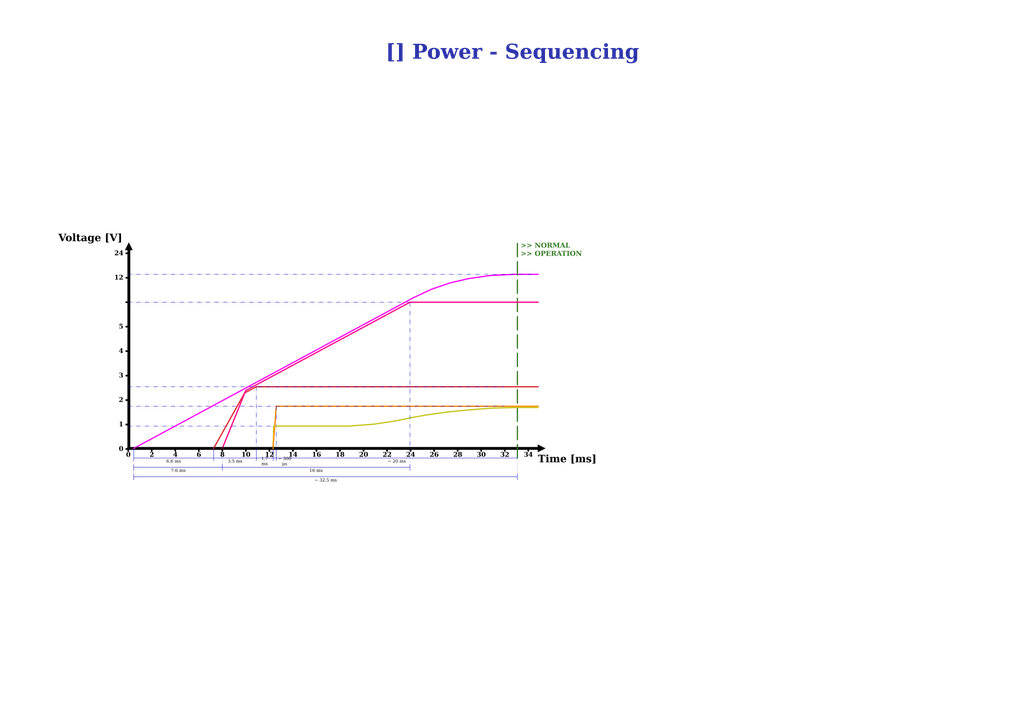
<source format=kicad_sch>
(kicad_sch
	(version 20250114)
	(generator "eeschema")
	(generator_version "9.0")
	(uuid "26e99a33-043b-499d-a26e-816ff79b487a")
	(paper "A3")
	(title_block
		(title "Power - Sequencing")
		(date "2025-01-12")
		(rev "${REVISION}")
		(company "${COMPANY}")
	)
	(lib_symbols)
	(rectangle
		(start 51.562 173.863)
		(end 53.086 174.371)
		(stroke
			(width 0)
			(type default)
			(color 0 0 0 1)
		)
		(fill
			(type color)
			(color 0 0 0 1)
		)
		(uuid 01c9fd1d-d2cd-474e-a2f2-7336d2eb5438)
	)
	(rectangle
		(start 71.628 183.642)
		(end 72.136 185.166)
		(stroke
			(width 0)
			(type default)
			(color 0 0 0 1)
		)
		(fill
			(type color)
			(color 0 0 0 1)
		)
		(uuid 085660ca-3a67-46bf-85b0-bb74abf891e3)
	)
	(rectangle
		(start 148.844 183.642)
		(end 149.352 185.166)
		(stroke
			(width 0)
			(type default)
			(color 0 0 0 1)
		)
		(fill
			(type color)
			(color 0 0 0 1)
		)
		(uuid 09774e91-f9d0-4db9-9e0f-815490f4898d)
	)
	(rectangle
		(start 206.756 183.642)
		(end 207.264 185.166)
		(stroke
			(width 0)
			(type default)
			(color 0 0 0 1)
		)
		(fill
			(type color)
			(color 0 0 0 1)
		)
		(uuid 1c1e908e-05f8-44d9-8561-32d60503f5fa)
	)
	(rectangle
		(start 177.8 183.642)
		(end 178.308 185.166)
		(stroke
			(width 0)
			(type default)
			(color 0 0 0 1)
		)
		(fill
			(type color)
			(color 0 0 0 1)
		)
		(uuid 205e879f-c514-4b78-8bf1-d45ed4980894)
	)
	(rectangle
		(start 51.562 133.731)
		(end 53.086 134.239)
		(stroke
			(width 0)
			(type default)
			(color 0 0 0 1)
		)
		(fill
			(type color)
			(color 0 0 0 1)
		)
		(uuid 23111c0a-8311-4e0b-b6b5-bb05b9cd3eab)
	)
	(rectangle
		(start 158.496 183.642)
		(end 159.004 185.166)
		(stroke
			(width 0)
			(type default)
			(color 0 0 0 1)
		)
		(fill
			(type color)
			(color 0 0 0 1)
		)
		(uuid 3b7d974c-37a0-442f-9733-47c591f05f53)
	)
	(rectangle
		(start 52.324 183.642)
		(end 52.832 185.166)
		(stroke
			(width 0)
			(type default)
			(color 0 0 0 1)
		)
		(fill
			(type color)
			(color 0 0 0 1)
		)
		(uuid 3dd077b4-ca8f-47c2-bee1-2e3802083be7)
	)
	(rectangle
		(start 90.932 183.642)
		(end 91.44 185.166)
		(stroke
			(width 0)
			(type default)
			(color 0 0 0 1)
		)
		(fill
			(type color)
			(color 0 0 0 1)
		)
		(uuid 3e62ef00-0c8e-41fa-b2f3-08de867fa54f)
	)
	(rectangle
		(start 51.562 123.698)
		(end 53.086 124.206)
		(stroke
			(width 0)
			(type default)
			(color 0 0 0 1)
		)
		(fill
			(type color)
			(color 0 0 0 1)
		)
		(uuid 421293c6-3cf3-494b-b1c5-7fc458134e79)
	)
	(rectangle
		(start 51.562 143.764)
		(end 53.086 144.272)
		(stroke
			(width 0)
			(type default)
			(color 0 0 0 1)
		)
		(fill
			(type color)
			(color 0 0 0 1)
		)
		(uuid 469c46ff-b6e8-4790-b52f-1ed9a2bdd1f8)
	)
	(rectangle
		(start 119.888 183.642)
		(end 120.396 185.166)
		(stroke
			(width 0)
			(type default)
			(color 0 0 0 1)
		)
		(fill
			(type color)
			(color 0 0 0 1)
		)
		(uuid 56c4474d-0301-4408-974f-0518f1baa953)
	)
	(rectangle
		(start 100.584 183.642)
		(end 101.092 185.166)
		(stroke
			(width 0)
			(type default)
			(color 0 0 0 1)
		)
		(fill
			(type color)
			(color 0 0 0 1)
		)
		(uuid 5eee5b1a-6c26-4234-8466-170b3f779aa3)
	)
	(rectangle
		(start 52.324 183.388)
		(end 220.726 184.404)
		(stroke
			(width 0)
			(type default)
			(color 0 0 0 1)
		)
		(fill
			(type color)
			(color 0 0 0 1)
		)
		(uuid 6d8a1105-6737-4a0b-9f5f-040b945eed17)
	)
	(rectangle
		(start 51.562 153.797)
		(end 53.086 154.305)
		(stroke
			(width 0)
			(type default)
			(color 0 0 0 1)
		)
		(fill
			(type color)
			(color 0 0 0 1)
		)
		(uuid 7f8be5cb-90a9-46c5-97db-3d1d78b2f341)
	)
	(rectangle
		(start 51.562 163.83)
		(end 53.086 164.338)
		(stroke
			(width 0)
			(type default)
			(color 0 0 0 1)
		)
		(fill
			(type color)
			(color 0 0 0 1)
		)
		(uuid 7fdcc2de-fa58-4066-9ff8-f7d6046e1167)
	)
	(rectangle
		(start 216.408 183.642)
		(end 216.916 185.166)
		(stroke
			(width 0)
			(type default)
			(color 0 0 0 1)
		)
		(fill
			(type color)
			(color 0 0 0 1)
		)
		(uuid 842b39c1-4ee6-4238-8b46-e785731d06f1)
	)
	(rectangle
		(start 61.976 183.642)
		(end 62.484 185.166)
		(stroke
			(width 0)
			(type default)
			(color 0 0 0 1)
		)
		(fill
			(type color)
			(color 0 0 0 1)
		)
		(uuid 960a89ab-5167-4e3c-95c8-b3e891644096)
	)
	(rectangle
		(start 197.104 183.642)
		(end 197.612 185.166)
		(stroke
			(width 0)
			(type default)
			(color 0 0 0 1)
		)
		(fill
			(type color)
			(color 0 0 0 1)
		)
		(uuid 96e56ef9-debd-4418-8330-7dca10cdbbe7)
	)
	(rectangle
		(start 52.324 101.854)
		(end 53.34 184.404)
		(stroke
			(width 0)
			(type default)
			(color 0 0 0 1)
		)
		(fill
			(type color)
			(color 0 0 0 1)
		)
		(uuid 996b6b38-3a4b-457c-8281-2dd4304c7e91)
	)
	(rectangle
		(start 168.148 183.642)
		(end 168.656 185.166)
		(stroke
			(width 0)
			(type default)
			(color 0 0 0 1)
		)
		(fill
			(type color)
			(color 0 0 0 1)
		)
		(uuid 9bd636ad-96b2-4037-90f6-ad48772c0413)
	)
	(rectangle
		(start 187.452 183.642)
		(end 187.96 185.166)
		(stroke
			(width 0)
			(type default)
			(color 0 0 0 1)
		)
		(fill
			(type color)
			(color 0 0 0 1)
		)
		(uuid ab3483ad-9beb-416f-a41c-b3b1b7dc1850)
	)
	(rectangle
		(start 51.562 103.632)
		(end 53.086 104.14)
		(stroke
			(width 0)
			(type default)
			(color 0 0 0 1)
		)
		(fill
			(type color)
			(color 0 0 0 1)
		)
		(uuid b0c9fcec-fe45-4575-885f-193ce09a72d8)
	)
	(rectangle
		(start 129.54 183.642)
		(end 130.048 185.166)
		(stroke
			(width 0)
			(type default)
			(color 0 0 0 1)
		)
		(fill
			(type color)
			(color 0 0 0 1)
		)
		(uuid bacf2a60-ebce-4900-a491-53d1d841d529)
	)
	(rectangle
		(start 81.28 183.642)
		(end 81.788 185.166)
		(stroke
			(width 0)
			(type default)
			(color 0 0 0 1)
		)
		(fill
			(type color)
			(color 0 0 0 1)
		)
		(uuid c0e4d47a-808d-44d6-ac4a-0f050619e78d)
	)
	(rectangle
		(start 51.562 113.665)
		(end 53.086 114.173)
		(stroke
			(width 0)
			(type default)
			(color 0 0 0 1)
		)
		(fill
			(type color)
			(color 0 0 0 1)
		)
		(uuid d880b30a-ae22-4b99-94cc-3cc9c533e8e9)
	)
	(rectangle
		(start 139.192 183.642)
		(end 139.7 185.166)
		(stroke
			(width 0)
			(type default)
			(color 0 0 0 1)
		)
		(fill
			(type color)
			(color 0 0 0 1)
		)
		(uuid f32b3655-beae-4c32-8ac8-4acf2e080e86)
	)
	(rectangle
		(start 110.236 183.642)
		(end 110.744 185.166)
		(stroke
			(width 0)
			(type default)
			(color 0 0 0 1)
		)
		(fill
			(type color)
			(color 0 0 0 1)
		)
		(uuid f8dd6608-6fed-4399-a2fa-9a4460646543)
	)
	(rectangle
		(start 51.562 183.896)
		(end 53.086 184.404)
		(stroke
			(width 0)
			(type default)
			(color 0 0 0 1)
		)
		(fill
			(type color)
			(color 0 0 0 1)
		)
		(uuid fbce5f74-e6dc-4caf-95b1-d2e389cbff45)
	)
	(text "Voltage [V]"
		(exclude_from_sim no)
		(at 50.165 100.457 0)
		(effects
			(font
				(face "Times New Roman")
				(size 3 3)
				(thickness 0.4)
				(bold yes)
				(color 0 0 0 1)
			)
			(justify right bottom)
		)
		(uuid "175b8f18-81ff-4b8b-bacc-429ebcefd377")
	)
	(text "MCU fully boots and ready"
		(exclude_from_sim no)
		(at 152.4 360.68 0)
		(effects
			(font
				(size 1.27 1.27)
			)
			(justify left)
		)
		(uuid "17c04db7-a838-4c13-bb92-189af8ca5c8a")
	)
	(text "VBUS appears on USB-A Output"
		(exclude_from_sim no)
		(at 152.908 391.414 0)
		(effects
			(font
				(size 1.27 1.27)
			)
			(justify left)
		)
		(uuid "211cc7f5-035d-40d6-b8b7-d4c3906ceb71")
	)
	(text "MCU Enables Current Limit Switch"
		(exclude_from_sim no)
		(at 152.908 383.286 0)
		(effects
			(font
				(size 1.27 1.27)
			)
			(justify left)
		)
		(uuid "23f8b60d-88c1-40f4-b8cc-e49ad379992b")
	)
	(text "+5V ENABLED"
		(exclude_from_sim no)
		(at 152.654 375.92 0)
		(effects
			(font
				(size 1.27 1.27)
			)
			(justify left)
		)
		(uuid "3f53be82-0502-49f6-a2ee-1eeaff4d4ac8")
	)
	(text "<-- PAC1720 already powered \n    here, no damaged device"
		(exclude_from_sim no)
		(at 185.166 392.43 0)
		(effects
			(font
				(size 1.27 1.27)
			)
			(justify left)
		)
		(uuid "528a83ec-4a04-4d38-bd6a-0116776f84d5")
	)
	(text "POWER SEQUENCING\n===============\n\n\n+24V_IN\n\n\n+3V3_AON\n\n\n3V3_BUCK_EN\n\n\n+3V3 BUCK\n\n\nMCU READY\n\n\n5V_BUCK_EN\n\n\n+5V BUCK\n\n\nILIM_EN_PORTAx\n\n\nVBUS_PORTAx"
		(exclude_from_sim no)
		(at 47.752 360.172 0)
		(effects
			(font
				(size 1.5748 1.5748)
			)
			(justify left)
		)
		(uuid "65f84cbb-509b-4c86-bfed-32b9165d4d2f")
	)
	(text "Biggest landmine with PAC1720: \ndon't let the SENSE pins see VBUS when VDD is unpowered. \nIf USB 5V can exist while 3.3V is off, mitigation is needed\nThat's the one thing that can turn \"happy board\" into \"dead board.\""
		(exclude_from_sim no)
		(at 45.72 314.96 0)
		(effects
			(font
				(size 1.27 1.27)
			)
			(justify left)
		)
		(uuid "74fb8030-2989-4e0d-ad54-2d5c367cb609")
	)
	(text "3.3V ENABLED   <-- PAC1720 POWERED HERE"
		(exclude_from_sim no)
		(at 152.4 353.568 0)
		(effects
			(font
				(size 1.27 1.27)
			)
			(justify left)
		)
		(uuid "a62a3bfb-1bdb-4317-9395-c2484986889c")
	)
	(text "PMIC always on 3.3V pulls\n3.3V Buck enable high"
		(exclude_from_sim no)
		(at 152.4 345.948 0)
		(effects
			(font
				(size 1.27 1.27)
			)
			(justify left)
		)
		(uuid "a9c2fcef-7dda-4bf9-9b42-b49191e8943f")
	)
	(text ">> NORMAL \n>> OPERATION"
		(exclude_from_sim no)
		(at 213.614 106.045 0)
		(effects
			(font
				(face "Times New Roman")
				(size 2 2)
				(thickness 0.4)
				(bold yes)
				(color 53 123 38 1)
			)
			(justify left bottom)
		)
		(uuid "b29326be-65a3-4fc5-9d14-850aa59ca2a1")
	)
	(text "Device turns on: +24V Appears"
		(exclude_from_sim no)
		(at 152.146 330.708 0)
		(effects
			(font
				(size 1.27 1.27)
			)
			(justify left)
		)
		(uuid "b30c2f98-e16a-4a92-a656-f48545bd2125")
	)
	(text "Time [ms]"
		(exclude_from_sim no)
		(at 220.599 191.135 0)
		(effects
			(font
				(face "Times New Roman")
				(size 3 3)
				(thickness 0.4)
				(bold yes)
				(color 0 0 0 1)
			)
			(justify left bottom)
		)
		(uuid "be8ac8d4-7137-494d-bff2-23ac58b6a9ef")
	)
	(text "MCU Enables 5V_BUCK_EN on PMIC"
		(exclude_from_sim no)
		(at 152.4 368.046 0)
		(effects
			(font
				(size 1.27 1.27)
			)
			(justify left)
		)
		(uuid "cd7ce6ef-b10c-423b-9eec-5086ebfb2856")
	)
	(text "PMIC always on 3.3V starts"
		(exclude_from_sim no)
		(at 152.4 338.582 0)
		(effects
			(font
				(size 1.27 1.27)
			)
			(justify left)
		)
		(uuid "ef68e795-68bd-4285-aa86-5cc6714ceb54")
	)
	(text_box "3.5 ms"
		(exclude_from_sim no)
		(at 87.6046 187.9346 0)
		(size 17.653 2.54)
		(margins 0.9524 0.9524 0.9524 0.9524)
		(stroke
			(width -0.0001)
			(type default)
		)
		(fill
			(type none)
		)
		(effects
			(font
				(face "Times New Roman")
				(size 1.27 1.27)
				(color 0 0 0 1)
			)
		)
		(uuid "057279ac-9604-4990-8e26-7bec51ceaf06")
	)
	(text_box "18"
		(exclude_from_sim no)
		(at 137.7696 185.2676 0)
		(size 3.429 2.54)
		(margins 0.9524 0.9524 0.9524 0.9524)
		(stroke
			(width -0.0001)
			(type default)
		)
		(fill
			(type none)
		)
		(effects
			(font
				(face "Times New Roman")
				(size 1.905 1.905)
				(bold yes)
				(color 0 0 0 1)
			)
		)
		(uuid "08241509-e60b-45e1-b1ab-84f794ba668b")
	)
	(text_box "24"
		(exclude_from_sim no)
		(at 166.7256 185.2676 0)
		(size 3.429 2.54)
		(margins 0.9524 0.9524 0.9524 0.9524)
		(stroke
			(width -0.0001)
			(type default)
		)
		(fill
			(type none)
		)
		(effects
			(font
				(face "Times New Roman")
				(size 1.905 1.905)
				(bold yes)
				(color 0 0 0 1)
			)
		)
		(uuid "09ad8a29-0526-43a2-bbd5-b6f200d8097b")
	)
	(text_box "8"
		(exclude_from_sim no)
		(at 89.5096 185.2676 0)
		(size 3.429 2.54)
		(margins 0.9524 0.9524 0.9524 0.9524)
		(stroke
			(width -0.0001)
			(type default)
		)
		(fill
			(type none)
		)
		(effects
			(font
				(face "Times New Roman")
				(size 1.905 1.905)
				(bold yes)
				(color 0 0 0 1)
			)
		)
		(uuid "0de4d20a-cc42-420d-81c0-b6c33e089acb")
	)
	(text_box "7.6 ms"
		(exclude_from_sim no)
		(at 54.9656 191.7446 0)
		(size 36.322 2.54)
		(margins 0.9524 0.9524 0.9524 0.9524)
		(stroke
			(width -0.0001)
			(type default)
		)
		(fill
			(type none)
		)
		(effects
			(font
				(face "Times New Roman")
				(size 1.27 1.27)
				(color 0 0 0 1)
			)
		)
		(uuid "1013f434-6a63-4228-8d39-5e75ca888b6f")
	)
	(text_box "24"
		(exclude_from_sim no)
		(at 44.704 102.616 0)
		(size 6.858 2.54)
		(margins 0.9524 0.9524 0.9524 0.9524)
		(stroke
			(width -0.0001)
			(type default)
		)
		(fill
			(type none)
		)
		(effects
			(font
				(face "Times New Roman")
				(size 1.905 1.905)
				(bold yes)
				(color 0 0 0 1)
			)
			(justify right)
		)
		(uuid "1acc95ba-1aa1-4082-b81d-95c58a7a5af8")
	)
	(text_box "28"
		(exclude_from_sim no)
		(at 186.0296 185.2676 0)
		(size 3.429 2.54)
		(margins 0.9524 0.9524 0.9524 0.9524)
		(stroke
			(width -0.0001)
			(type default)
		)
		(fill
			(type none)
		)
		(effects
			(font
				(face "Times New Roman")
				(size 1.905 1.905)
				(bold yes)
				(color 0 0 0 1)
			)
		)
		(uuid "1b5838a0-a4ae-4fb3-ae92-0f87f906c2fd")
	)
	(text_box "~ 300 μs"
		(exclude_from_sim no)
		(at 111.8616 187.9346 0)
		(size 9.779 2.54)
		(margins 0.9524 0.9524 0.9524 0.9524)
		(stroke
			(width -0.0001)
			(type default)
		)
		(fill
			(type none)
		)
		(effects
			(font
				(face "Times New Roman")
				(size 1.27 1.27)
				(color 0 0 0 1)
			)
		)
		(uuid "20bbe4a3-b3be-4f55-b2bf-0186c6f41602")
	)
	(text_box "10"
		(exclude_from_sim no)
		(at 99.1616 185.2676 0)
		(size 3.429 2.54)
		(margins 0.9524 0.9524 0.9524 0.9524)
		(stroke
			(width -0.0001)
			(type default)
		)
		(fill
			(type none)
		)
		(effects
			(font
				(face "Times New Roman")
				(size 1.905 1.905)
				(bold yes)
				(color 0 0 0 1)
			)
		)
		(uuid "233b215e-473b-40c1-8a9f-d71a58a647c1")
	)
	(text_box "1.7 ms"
		(exclude_from_sim no)
		(at 105.1306 187.9346 0)
		(size 6.858 2.54)
		(margins 0.9524 0.9524 0.9524 0.9524)
		(stroke
			(width -0.0001)
			(type default)
		)
		(fill
			(type none)
		)
		(effects
			(font
				(face "Times New Roman")
				(size 1.27 1.27)
				(color 0 0 0 1)
			)
		)
		(uuid "26c95559-cfb5-4481-9360-985eb89e9388")
	)
	(text_box "16 ms"
		(exclude_from_sim no)
		(at 91.1606 191.7446 0)
		(size 76.962 2.54)
		(margins 0.9524 0.9524 0.9524 0.9524)
		(stroke
			(width -0.0001)
			(type default)
		)
		(fill
			(type none)
		)
		(effects
			(font
				(face "Times New Roman")
				(size 1.27 1.27)
				(color 0 0 0 1)
			)
		)
		(uuid "288b5377-4e86-405e-bd20-a9e364c04dba")
	)
	(text_box "20"
		(exclude_from_sim no)
		(at 147.4216 185.2676 0)
		(size 3.429 2.54)
		(margins 0.9524 0.9524 0.9524 0.9524)
		(stroke
			(width -0.0001)
			(type default)
		)
		(fill
			(type none)
		)
		(effects
			(font
				(face "Times New Roman")
				(size 1.905 1.905)
				(bold yes)
				(color 0 0 0 1)
			)
		)
		(uuid "2e2baf2b-607e-438c-8d19-d89e05695d71")
	)
	(text_box "2"
		(exclude_from_sim no)
		(at 44.6786 162.7886 0)
		(size 6.858 2.54)
		(margins 0.9524 0.9524 0.9524 0.9524)
		(stroke
			(width -0.0001)
			(type default)
		)
		(fill
			(type none)
		)
		(effects
			(font
				(face "Times New Roman")
				(size 1.905 1.905)
				(bold yes)
				(color 0 0 0 1)
			)
			(justify right)
		)
		(uuid "3010b19b-c99d-4b77-bf14-7f71b9f36a3e")
	)
	(text_box "32"
		(exclude_from_sim no)
		(at 205.3336 185.2676 0)
		(size 3.429 2.54)
		(margins 0.9524 0.9524 0.9524 0.9524)
		(stroke
			(width -0.0001)
			(type default)
		)
		(fill
			(type none)
		)
		(effects
			(font
				(face "Times New Roman")
				(size 1.905 1.905)
				(bold yes)
				(color 0 0 0 1)
			)
		)
		(uuid "3ab2035b-94f9-4133-b63d-2dbd7b4e6e49")
	)
	(text_box "6"
		(exclude_from_sim no)
		(at 79.8576 185.2676 0)
		(size 3.429 2.54)
		(margins 0.9524 0.9524 0.9524 0.9524)
		(stroke
			(width -0.0001)
			(type default)
		)
		(fill
			(type none)
		)
		(effects
			(font
				(face "Times New Roman")
				(size 1.905 1.905)
				(bold yes)
				(color 0 0 0 1)
			)
		)
		(uuid "52a74200-5717-4af9-b5e4-1d404429f3c6")
	)
	(text_box "~ 20 ms"
		(exclude_from_sim no)
		(at 113.2586 187.9346 0)
		(size 98.933 2.54)
		(margins 0.9524 0.9524 0.9524 0.9524)
		(stroke
			(width -0.0001)
			(type default)
		)
		(fill
			(type none)
		)
		(effects
			(font
				(face "Times New Roman")
				(size 1.27 1.27)
				(color 0 0 0 1)
			)
		)
		(uuid "53d1cf93-77bb-4e07-8e05-b99e1e701b70")
	)
	(text_box "4"
		(exclude_from_sim no)
		(at 70.2056 185.2676 0)
		(size 3.429 2.54)
		(margins 0.9524 0.9524 0.9524 0.9524)
		(stroke
			(width -0.0001)
			(type default)
		)
		(fill
			(type none)
		)
		(effects
			(font
				(face "Times New Roman")
				(size 1.905 1.905)
				(bold yes)
				(color 0 0 0 1)
			)
		)
		(uuid "5caf4e82-2927-400a-acd0-821d25796651")
	)
	(text_box "4"
		(exclude_from_sim no)
		(at 44.6786 142.7226 0)
		(size 6.858 2.54)
		(margins 0.9524 0.9524 0.9524 0.9524)
		(stroke
			(width -0.0001)
			(type default)
		)
		(fill
			(type none)
		)
		(effects
			(font
				(face "Times New Roman")
				(size 1.905 1.905)
				(bold yes)
				(color 0 0 0 1)
			)
			(justify right)
		)
		(uuid "6505df1b-9fde-4bbe-a672-be1b9857afa1")
	)
	(text_box "26"
		(exclude_from_sim no)
		(at 176.3776 185.2676 0)
		(size 3.429 2.54)
		(margins 0.9524 0.9524 0.9524 0.9524)
		(stroke
			(width -0.0001)
			(type default)
		)
		(fill
			(type none)
		)
		(effects
			(font
				(face "Times New Roman")
				(size 1.905 1.905)
				(bold yes)
				(color 0 0 0 1)
			)
		)
		(uuid "66adcae9-49e5-4fb7-a5be-2d5aa2aa227e")
	)
	(text_box "2"
		(exclude_from_sim no)
		(at 60.5536 185.2676 0)
		(size 3.429 2.54)
		(margins 0.9524 0.9524 0.9524 0.9524)
		(stroke
			(width -0.0001)
			(type default)
		)
		(fill
			(type none)
		)
		(effects
			(font
				(face "Times New Roman")
				(size 1.905 1.905)
				(bold yes)
				(color 0 0 0 1)
			)
		)
		(uuid "67b43e82-5cc6-4c5f-857a-bae126f94920")
	)
	(text_box "▲"
		(exclude_from_sim no)
		(at 51.562 99.568 0)
		(size 2.54 2.54)
		(margins 2.2499 2.2499 2.2499 2.2499)
		(stroke
			(width -0.0001)
			(type default)
		)
		(fill
			(type none)
		)
		(effects
			(font
				(face "Times New Roman")
				(size 3 3)
				(color 0 0 0 1)
			)
		)
		(uuid "69d7b4c2-c118-4b95-bd3b-473104ff316a")
	)
	(text_box "14"
		(exclude_from_sim no)
		(at 118.4656 185.2676 0)
		(size 3.429 2.54)
		(margins 0.9524 0.9524 0.9524 0.9524)
		(stroke
			(width -0.0001)
			(type default)
		)
		(fill
			(type none)
		)
		(effects
			(font
				(face "Times New Roman")
				(size 1.905 1.905)
				(bold yes)
				(color 0 0 0 1)
			)
		)
		(uuid "7df7bfab-9129-461d-bdb7-48b4c71332fd")
	)
	(text_box "12"
		(exclude_from_sim no)
		(at 44.6786 112.6236 0)
		(size 6.858 2.54)
		(margins 0.9524 0.9524 0.9524 0.9524)
		(stroke
			(width -0.0001)
			(type default)
		)
		(fill
			(type none)
		)
		(effects
			(font
				(face "Times New Roman")
				(size 1.905 1.905)
				(bold yes)
				(color 0 0 0 1)
			)
			(justify right)
		)
		(uuid "7e86fc43-dc59-4681-818f-cb7ab0a72f3e")
	)
	(text_box "22"
		(exclude_from_sim no)
		(at 157.0736 185.2676 0)
		(size 3.429 2.54)
		(margins 0.9524 0.9524 0.9524 0.9524)
		(stroke
			(width -0.0001)
			(type default)
		)
		(fill
			(type none)
		)
		(effects
			(font
				(face "Times New Roman")
				(size 1.905 1.905)
				(bold yes)
				(color 0 0 0 1)
			)
		)
		(uuid "7f3e65a9-aab7-4e42-9498-fca7b427e5fc")
	)
	(text_box "[${#}] ${TITLE}"
		(exclude_from_sim no)
		(at 12.7 15.24 0)
		(size 394.97 12.7)
		(margins 4.4999 4.4999 4.4999 4.4999)
		(stroke
			(width -0.0001)
			(type default)
		)
		(fill
			(type none)
		)
		(effects
			(font
				(face "Times New Roman")
				(size 6 6)
				(thickness 1.2)
				(bold yes)
				(color 43 49 168 1)
			)
		)
		(uuid "80f76b8d-52cb-49fe-9647-9cd8137cf5f3")
	)
	(text_box "1"
		(exclude_from_sim no)
		(at 44.6786 172.8216 0)
		(size 6.858 2.54)
		(margins 0.9524 0.9524 0.9524 0.9524)
		(stroke
			(width -0.0001)
			(type default)
		)
		(fill
			(type none)
		)
		(effects
			(font
				(face "Times New Roman")
				(size 1.905 1.905)
				(bold yes)
				(color 0 0 0 1)
			)
			(justify right)
		)
		(uuid "8a474ee7-94fa-4ccc-b38a-f2fbfc4e735c")
	)
	(text_box "34"
		(exclude_from_sim no)
		(at 214.9856 185.2676 0)
		(size 3.429 2.54)
		(margins 0.9524 0.9524 0.9524 0.9524)
		(stroke
			(width -0.0001)
			(type default)
		)
		(fill
			(type none)
		)
		(effects
			(font
				(face "Times New Roman")
				(size 1.905 1.905)
				(bold yes)
				(color 0 0 0 1)
			)
		)
		(uuid "8dcf82bc-98be-4b97-af1b-f866a586ff9f")
	)
	(text_box "12"
		(exclude_from_sim no)
		(at 108.8136 185.2676 0)
		(size 3.429 2.54)
		(margins 0.9524 0.9524 0.9524 0.9524)
		(stroke
			(width -0.0001)
			(type default)
		)
		(fill
			(type none)
		)
		(effects
			(font
				(face "Times New Roman")
				(size 1.905 1.905)
				(bold yes)
				(color 0 0 0 1)
			)
		)
		(uuid "9334e207-a5ef-405d-9255-7532e4d805ec")
	)
	(text_box "0"
		(exclude_from_sim no)
		(at 50.927 185.293 0)
		(size 3.429 2.54)
		(margins 0.9524 0.9524 0.9524 0.9524)
		(stroke
			(width -0.0001)
			(type default)
		)
		(fill
			(type none)
		)
		(effects
			(font
				(face "Times New Roman")
				(size 1.905 1.905)
				(bold yes)
				(color 0 0 0 1)
			)
		)
		(uuid "9dba9cf1-c429-45db-bb2a-868858aa5986")
	)
	(text_box "3"
		(exclude_from_sim no)
		(at 44.6786 152.7556 0)
		(size 6.858 2.54)
		(margins 0.9524 0.9524 0.9524 0.9524)
		(stroke
			(width -0.0001)
			(type default)
		)
		(fill
			(type none)
		)
		(effects
			(font
				(face "Times New Roman")
				(size 1.905 1.905)
				(bold yes)
				(color 0 0 0 1)
			)
			(justify right)
		)
		(uuid "bce17a48-7e59-488b-9a33-1522b6d97175")
	)
	(text_box "6.6 ms"
		(exclude_from_sim no)
		(at 54.8386 187.9346 0)
		(size 32.766 2.54)
		(margins 0.9524 0.9524 0.9524 0.9524)
		(stroke
			(width -0.0001)
			(type default)
		)
		(fill
			(type none)
		)
		(effects
			(font
				(face "Times New Roman")
				(size 1.27 1.27)
				(color 0 0 0 1)
			)
		)
		(uuid "c588afea-31c7-4b80-a042-17fbbb6af658")
	)
	(text_box "0"
		(exclude_from_sim no)
		(at 44.704 182.88 0)
		(size 6.858 2.54)
		(margins 0.9524 0.9524 0.9524 0.9524)
		(stroke
			(width -0.0001)
			(type default)
		)
		(fill
			(type none)
		)
		(effects
			(font
				(face "Times New Roman")
				(size 1.905 1.905)
				(bold yes)
				(color 0 0 0 1)
			)
			(justify right)
		)
		(uuid "c5d537af-47e9-4471-8118-803a7ac0d798")
	)
	(text_box "16"
		(exclude_from_sim no)
		(at 128.1176 185.2676 0)
		(size 3.429 2.54)
		(margins 0.9524 0.9524 0.9524 0.9524)
		(stroke
			(width -0.0001)
			(type default)
		)
		(fill
			(type none)
		)
		(effects
			(font
				(face "Times New Roman")
				(size 1.905 1.905)
				(bold yes)
				(color 0 0 0 1)
			)
		)
		(uuid "d806bfa1-61ae-489a-a3e3-75683404cfdf")
	)
	(text_box "5"
		(exclude_from_sim no)
		(at 44.6786 132.6896 0)
		(size 6.858 2.54)
		(margins 0.9524 0.9524 0.9524 0.9524)
		(stroke
			(width -0.0001)
			(type default)
		)
		(fill
			(type none)
		)
		(effects
			(font
				(face "Times New Roman")
				(size 1.905 1.905)
				(bold yes)
				(color 0 0 0 1)
			)
			(justify right)
		)
		(uuid "d9f2b1e6-6de7-412a-a713-034e966e807b")
	)
	(text_box "~ 32.5 ms"
		(exclude_from_sim no)
		(at 54.8386 195.6816 0)
		(size 157.48 2.54)
		(margins 0.9524 0.9524 0.9524 0.9524)
		(stroke
			(width -0.0001)
			(type default)
		)
		(fill
			(type none)
		)
		(effects
			(font
				(face "Times New Roman")
				(size 1.27 1.27)
				(color 0 0 0 1)
			)
		)
		(uuid "de143e59-1a42-4ff5-b077-1a340a241706")
	)
	(text_box "▼"
		(exclude_from_sim no)
		(at 220.726 182.626 90)
		(size 2.54 2.54)
		(margins 2.2499 2.2499 2.2499 2.2499)
		(stroke
			(width -0.0001)
			(type default)
		)
		(fill
			(type none)
		)
		(effects
			(font
				(face "Times New Roman")
				(size 3 3)
				(color 0 0 0 1)
			)
		)
		(uuid "f0832906-c8ce-4838-9631-bdf5b87a8ba3")
	)
	(text_box "30"
		(exclude_from_sim no)
		(at 195.6816 185.2676 0)
		(size 3.429 2.54)
		(margins 0.9524 0.9524 0.9524 0.9524)
		(stroke
			(width -0.0001)
			(type default)
		)
		(fill
			(type none)
		)
		(effects
			(font
				(face "Times New Roman")
				(size 1.905 1.905)
				(bold yes)
				(color 0 0 0 1)
			)
		)
		(uuid "f741b4d6-7a0b-439e-b8a6-601ff596837c")
	)
	(polyline
		(pts
			(xy 112.014 183.896) (xy 113.284 166.624)
		)
		(stroke
			(width 0.5)
			(type default)
			(color 252 134 0 1)
		)
		(uuid "04060073-e3f7-4746-a0ff-3e5a4d411deb")
	)
	(polyline
		(pts
			(xy 91.186 184.531) (xy 91.186 190.3984)
		)
		(stroke
			(width 0)
			(type dot)
		)
		(uuid "046cc92e-5593-4a98-a7fa-f4bb7914ed0d")
	)
	(polyline
		(pts
			(xy 54.8894 187.8584) (xy 87.63 187.8584)
		)
		(stroke
			(width 0)
			(type default)
		)
		(uuid "04dcb800-6295-4fe9-a90b-0487be7268f9")
	)
	(polyline
		(pts
			(xy 88.392 358.648) (xy 93.472 353.568)
		)
		(stroke
			(width 0.508)
			(type default)
			(color 255 150 42 1)
		)
		(uuid "05815d51-d631-4f2e-98c7-68e5769d59c7")
	)
	(polyline
		(pts
			(xy 54.8386 189.0776) (xy 54.8386 190.3476)
		)
		(stroke
			(width 0)
			(type dot)
		)
		(uuid "064a21e4-52a8-4681-8aa8-5954e753f93b")
	)
	(polyline
		(pts
			(xy 113.284 166.624) (xy 220.726 166.624)
		)
		(stroke
			(width 0.5)
			(type default)
			(color 252 134 0 1)
		)
		(uuid "0cbd4671-7c23-4c0d-a5d5-a92bdb9a4d49")
	)
	(polyline
		(pts
			(xy 52.324 174.752) (xy 142.621 174.752)
		)
		(stroke
			(width 0)
			(type dash_dot_dot)
		)
		(uuid "15d7f7a6-f4cb-4960-8d35-e1c8fc617471")
	)
	(polyline
		(pts
			(xy 105.156 183.896) (xy 105.156 188.976)
		)
		(stroke
			(width 0)
			(type default)
		)
		(uuid "16b1635d-d94b-404c-9ba2-39136e8869cb")
	)
	(polyline
		(pts
			(xy 105.156 158.623) (xy 220.726 158.623)
		)
		(stroke
			(width 0.5)
			(type default)
			(color 218 36 44 1)
		)
		(uuid "1bc3e0b2-f1bd-4c65-9de9-401f09dad51c")
	)
	(polyline
		(pts
			(xy 177.038 118.618) (xy 184.404 116.078)
		)
		(stroke
			(width 0.5)
			(type default)
			(color 255 0 255 1)
		)
		(uuid "1cd97e7c-801d-419a-a510-43b5a762b207")
	)
	(polyline
		(pts
			(xy 52.324 166.624) (xy 206.756 166.624)
		)
		(stroke
			(width 0)
			(type dash_dot_dot)
		)
		(uuid "1ff6572d-143c-4238-8f25-067e720bbbbf")
	)
	(polyline
		(pts
			(xy 83.312 328.168) (xy 83.3076 401.7398)
		)
		(stroke
			(width 0)
			(type dash)
			(color 65 65 65 1)
		)
		(uuid "236e78bf-1946-47dc-b3c8-b4bd579bf269")
	)
	(polyline
		(pts
			(xy 68.072 351.028) (xy 83.312 351.028)
		)
		(stroke
			(width 0.508)
			(type default)
		)
		(uuid "23df7290-0a61-4d18-830f-f05b70fa594e")
	)
	(polyline
		(pts
			(xy 108.712 366.268) (xy 111.252 363.728)
		)
		(stroke
			(width 0.508)
			(type default)
		)
		(uuid "26da01dc-3b09-41d5-b66d-f8535eff6e31")
	)
	(polyline
		(pts
			(xy 111.252 363.728) (xy 113.792 361.188)
		)
		(stroke
			(width 0.508)
			(type default)
		)
		(uuid "2cfb8bcc-1159-4db2-861c-22d6006609b3")
	)
	(polyline
		(pts
			(xy 113.792 361.188) (xy 149.352 361.188)
		)
		(stroke
			(width 0.508)
			(type default)
		)
		(uuid "33959083-d3ba-4046-abc4-b05f1c69216f")
	)
	(polyline
		(pts
			(xy 212.09 167.132) (xy 220.726 167.132)
		)
		(stroke
			(width 0.5)
			(type default)
			(color 197 195 20 1)
		)
		(uuid "3a3d00c3-56ec-4d8a-a7d9-0397fa3a3e45")
	)
	(polyline
		(pts
			(xy 100.838 160.147) (xy 168.148 123.952)
		)
		(stroke
			(width 0.5)
			(type solid)
			(color 255 0 133 1)
		)
		(uuid "3d857eb2-5f91-48c0-9112-8afff14dfc65")
	)
	(polyline
		(pts
			(xy 161.798 172.72) (xy 169.164 171.196)
		)
		(stroke
			(width 0.5)
			(type default)
			(color 197 195 20 1)
		)
		(uuid "402e934a-8d83-49e6-8a3f-99b8ca899696")
	)
	(polyline
		(pts
			(xy 83.312 338.328) (xy 149.352 338.328)
		)
		(stroke
			(width 0.508)
			(type default)
			(color 255 150 42 1)
		)
		(uuid "4092f9db-b8b2-43f3-a5a3-44bfa33ebf4a")
	)
	(polyline
		(pts
			(xy 153.162 173.99) (xy 161.798 172.72)
		)
		(stroke
			(width 0.5)
			(type default)
			(color 197 195 20 1)
		)
		(uuid "4280c61a-45c8-4a7b-8270-a5d60633d130")
	)
	(polyline
		(pts
			(xy 168.148 123.952) (xy 220.726 123.952)
		)
		(stroke
			(width 0.5)
			(type solid)
			(color 255 0 133 1)
		)
		(uuid "44eaf96d-5e45-4a70-a3bf-1dd8afa456ac")
	)
	(polyline
		(pts
			(xy 68.072 366.268) (xy 108.712 366.268)
		)
		(stroke
			(width 0.508)
			(type default)
		)
		(uuid "48484146-8c16-4a26-8ca6-7da14dd636e5")
	)
	(polyline
		(pts
			(xy 134.112 384.048) (xy 149.352 384.048)
		)
		(stroke
			(width 0.508)
			(type default)
		)
		(uuid "4e9d6a33-7350-48c5-b14d-c8db493c724a")
	)
	(polyline
		(pts
			(xy 91.186 183.896) (xy 100.838 160.147)
		)
		(stroke
			(width 0.5)
			(type solid)
			(color 255 0 133 1)
		)
		(uuid "4eef8a3c-2175-45b3-ab23-de0f873ffbfe")
	)
	(polyline
		(pts
			(xy 54.864 191.6684) (xy 91.186 191.6684)
		)
		(stroke
			(width 0)
			(type default)
		)
		(uuid "4f57c6b4-b978-45ec-9844-c8ad9e61aa5d")
	)
	(polyline
		(pts
			(xy 54.8386 190.4746) (xy 54.8386 193.0146)
		)
		(stroke
			(width 0)
			(type default)
		)
		(uuid "55a4f36a-a576-4c2f-b3c7-44cf763ad263")
	)
	(polyline
		(pts
			(xy 93.472 353.568) (xy 149.352 353.568)
		)
		(stroke
			(width 0.508)
			(type default)
			(color 255 150 42 1)
		)
		(uuid "592a4ae4-0edb-4829-93cd-7a99f1e18f30")
	)
	(polyline
		(pts
			(xy 121.412 381.508) (xy 126.492 376.428)
		)
		(stroke
			(width 0.508)
			(type default)
			(color 255 0 17 1)
		)
		(uuid "592b37ab-a7ac-4199-b47f-0674668b7aab")
	)
	(polyline
		(pts
			(xy 87.63 183.896) (xy 87.63 188.976)
		)
		(stroke
			(width 0)
			(type default)
		)
		(uuid "59f6b2a0-7e51-4de0-b4fd-7157bff9feb1")
	)
	(polyline
		(pts
			(xy 134.112 328.168) (xy 134.112 401.828)
		)
		(stroke
			(width 0)
			(type dash)
			(color 65 65 65 1)
		)
		(uuid "5af7c371-f0f3-43f8-abd3-d99f97ea16c1")
	)
	(polyline
		(pts
			(xy 113.284 166.624) (xy 113.284 184.023)
		)
		(stroke
			(width 0)
			(type dash_dot_dot)
		)
		(uuid "64127ee9-5aac-46d5-8312-47d575f0bc14")
	)
	(polyline
		(pts
			(xy 91.186 191.6684) (xy 168.148 191.6684)
		)
		(stroke
			(width 0)
			(type default)
		)
		(uuid "64e18181-ba56-425e-a951-a39d036b182e")
	)
	(polyline
		(pts
			(xy 78.232 328.168) (xy 78.232 401.828)
		)
		(stroke
			(width 0)
			(type dash)
			(color 65 65 65 1)
		)
		(uuid "654020ce-d507-498d-bb76-305854dbbb19")
	)
	(polyline
		(pts
			(xy 68.072 396.748) (xy 134.112 396.748)
		)
		(stroke
			(width 0.508)
			(type default)
			(color 255 0 17 1)
		)
		(uuid "66f20884-3c25-4e79-b992-e72221966649")
	)
	(polyline
		(pts
			(xy 83.312 351.028) (xy 88.392 345.948)
		)
		(stroke
			(width 0.508)
			(type default)
		)
		(uuid "68434504-d141-40bf-8367-36345ae9bcb7")
	)
	(polyline
		(pts
			(xy 121.412 368.808) (xy 149.352 368.808)
		)
		(stroke
			(width 0.508)
			(type default)
		)
		(uuid "6c3b26ee-d92b-4987-a960-002d4c5ead0e")
	)
	(polyline
		(pts
			(xy 184.15 168.91) (xy 192.024 168.148)
		)
		(stroke
			(width 0.5)
			(type default)
			(color 197 195 20 1)
		)
		(uuid "6f701289-21a0-4afa-8a26-75437883b9cb")
	)
	(polyline
		(pts
			(xy 54.864 183.896) (xy 169.926 121.92)
		)
		(stroke
			(width 0.5)
			(type default)
			(color 255 0 255 1)
		)
		(uuid "75c0d4eb-680e-4236-8404-80039f2fb5c4")
	)
	(polyline
		(pts
			(xy 75.692 333.248) (xy 78.232 330.708)
		)
		(stroke
			(width 0.508)
			(type default)
			(color 255 0 189 1)
		)
		(uuid "75e9a5c4-92a7-44a3-8902-80f21a43d732")
	)
	(polyline
		(pts
			(xy 73.152 335.788) (xy 75.692 333.248)
		)
		(stroke
			(width 0.508)
			(type default)
			(color 255 0 189 1)
		)
		(uuid "772e44d8-f516-4313-b943-c888b5881019")
	)
	(polyline
		(pts
			(xy 105.156 187.8584) (xy 113.284 187.8584)
		)
		(stroke
			(width 0)
			(type default)
		)
		(uuid "7a09a949-b4b2-4f5c-8ed7-541bb7ec8242")
	)
	(polyline
		(pts
			(xy 210.566 112.522) (xy 220.726 112.522)
		)
		(stroke
			(width 0.5)
			(type default)
			(color 255 0 255 1)
		)
		(uuid "7c9da14b-e301-4a66-ab5f-3de8a268a500")
	)
	(polyline
		(pts
			(xy 200.66 113.03) (xy 210.566 112.522)
		)
		(stroke
			(width 0.5)
			(type default)
			(color 255 0 255 1)
		)
		(uuid "7e4a6444-ec8a-42d3-b128-92a227d1bbb1")
	)
	(polyline
		(pts
			(xy 212.1916 194.2846) (xy 212.1916 196.8246)
		)
		(stroke
			(width 0)
			(type default)
		)
		(uuid "824156ed-8aad-4a35-b28e-d323269989cb")
	)
	(polyline
		(pts
			(xy 116.332 373.888) (xy 121.412 368.808)
		)
		(stroke
			(width 0.508)
			(type default)
		)
		(uuid "8260e925-e05f-4069-9eb8-f4c5bcc079a5")
	)
	(polyline
		(pts
			(xy 105.156 158.623) (xy 105.156 183.896)
		)
		(stroke
			(width 0)
			(type dash_dot_dot)
		)
		(uuid "83b6a3d6-ec25-4a6c-9af7-165178736be2")
	)
	(polyline
		(pts
			(xy 112.014 183.896) (xy 112.268 174.752)
		)
		(stroke
			(width 0.5)
			(type default)
			(color 197 195 20 1)
		)
		(uuid "8c9b1f94-ee83-40e1-ac4c-d0d3d4c40fd4")
	)
	(polyline
		(pts
			(xy 87.6808 187.8584) (xy 105.2068 187.8584)
		)
		(stroke
			(width 0)
			(type default)
		)
		(uuid "8e1b23d4-66f6-4ba2-87da-0e97cd9d658e")
	)
	(polyline
		(pts
			(xy 134.112 396.748) (xy 139.192 391.668)
		)
		(stroke
			(width 0.508)
			(type default)
			(color 255 0 17 1)
		)
		(uuid "903a7930-9ff9-45ab-8b7b-2702c112929b")
	)
	(polyline
		(pts
			(xy 175.768 170.053) (xy 184.15 168.91)
		)
		(stroke
			(width 0.5)
			(type default)
			(color 197 195 20 1)
		)
		(uuid "9118ad58-9912-450d-b082-4e11db19b414")
	)
	(polyline
		(pts
			(xy 54.8386 183.8706) (xy 54.8386 189.0776)
		)
		(stroke
			(width 0)
			(type default)
		)
		(uuid "98a27ce4-9530-490a-9598-1b7219c1978c")
	)
	(polyline
		(pts
			(xy 68.072 373.888) (xy 116.332 373.888)
		)
		(stroke
			(width 0.508)
			(type default)
		)
		(uuid "99bb8fef-ba7c-42b0-8d60-8ef2c4a25d78")
	)
	(polyline
		(pts
			(xy 143.256 174.752) (xy 153.162 173.99)
		)
		(stroke
			(width 0.5)
			(type default)
			(color 197 195 20 1)
		)
		(uuid "9a4cede9-4ef9-487c-96d7-44db94e0cc0a")
	)
	(polyline
		(pts
			(xy 184.404 116.078) (xy 192.024 114.3)
		)
		(stroke
			(width 0.5)
			(type default)
			(color 255 0 255 1)
		)
		(uuid "9e59442d-6890-4c04-af21-553df02642af")
	)
	(polyline
		(pts
			(xy 68.072 381.508) (xy 121.412 381.508)
		)
		(stroke
			(width 0.508)
			(type default)
			(color 255 0 17 1)
		)
		(uuid "a0518ffc-8973-45a4-945a-f2a16c3ff5f7")
	)
	(polyline
		(pts
			(xy 54.8386 193.0146) (xy 54.8386 194.2846)
		)
		(stroke
			(width 0)
			(type dot)
		)
		(uuid "a158a145-3fd3-45df-929d-eb5cc24ceb4a")
	)
	(polyline
		(pts
			(xy 52.324 112.522) (xy 218.186 112.522)
		)
		(stroke
			(width 0)
			(type dash_dot_dot)
		)
		(uuid "a298d0fc-a47f-419c-87b7-da6d9dffef47")
	)
	(polyline
		(pts
			(xy 112.268 174.752) (xy 143.256 174.752)
		)
		(stroke
			(width 0.5)
			(type default)
			(color 197 195 20 1)
		)
		(uuid "a560ffaa-9a21-4d44-a176-8e4e8fbec7b0")
	)
	(polyline
		(pts
			(xy 68.072 358.648) (xy 88.392 358.648)
		)
		(stroke
			(width 0.508)
			(type default)
			(color 255 150 42 1)
		)
		(uuid "a614e8f2-845a-4f6d-b66c-1c9299f7dac0")
	)
	(polyline
		(pts
			(xy 52.324 123.952) (xy 206.883 123.952)
		)
		(stroke
			(width 0)
			(type dash_dot_dot)
		)
		(uuid "b69a9f75-60f8-47b6-946e-464b81244be4")
	)
	(polyline
		(pts
			(xy 87.63 183.896) (xy 100.33 161.163)
		)
		(stroke
			(width 0.5)
			(type default)
			(color 218 36 44 1)
		)
		(uuid "b8177396-61fe-43b2-87eb-3c188308fb8c")
	)
	(polyline
		(pts
			(xy 168.148 123.952) (xy 168.148 183.896)
		)
		(stroke
			(width 0)
			(type dash_dot_dot)
		)
		(uuid "ba0e0e57-e2a2-4d76-95e5-f65f4748c5a4")
	)
	(polyline
		(pts
			(xy 54.8386 194.31) (xy 54.8386 196.8246)
		)
		(stroke
			(width 0)
			(type default)
		)
		(uuid "ba4853f8-e420-47ab-8250-bc2cf5d6f59d")
	)
	(polyline
		(pts
			(xy 113.792 328.168) (xy 113.792 401.828)
		)
		(stroke
			(width 0)
			(type dash)
			(color 65 65 65 1)
		)
		(uuid "bcf8b199-b117-482e-a3b1-9237862736e3")
	)
	(polyline
		(pts
			(xy 212.1916 194.2846) (xy 212.1916 187.8076)
		)
		(stroke
			(width 0)
			(type dot)
		)
		(uuid "c1b58298-e82e-4386-ad61-b5cf2bf16fb6")
	)
	(polyline
		(pts
			(xy 78.232 343.408) (xy 83.312 338.328)
		)
		(stroke
			(width 0.508)
			(type default)
			(color 255 150 42 1)
		)
		(uuid "c1cfdadc-5d1e-4cc2-ac09-96fb230f816c")
	)
	(polyline
		(pts
			(xy 52.324 158.623) (xy 206.756 158.623)
		)
		(stroke
			(width 0)
			(type dash_dot_dot)
		)
		(uuid "c28926c4-6444-4efc-8a98-12a4ac9eb80f")
	)
	(polyline
		(pts
			(xy 78.232 330.708) (xy 149.352 330.708)
		)
		(stroke
			(width 0.508)
			(type default)
			(color 255 0 189 1)
		)
		(uuid "c2cf2b8e-421e-497a-be17-d24bcf10494d")
	)
	(polyline
		(pts
			(xy 113.284 187.8584) (xy 212.2424 187.8584)
		)
		(stroke
			(width 0)
			(type default)
		)
		(uuid "c35beeb1-614a-40f2-a0d5-8295a3825a11")
	)
	(polyline
		(pts
			(xy 121.412 328.168) (xy 121.412 401.828)
		)
		(stroke
			(width 0)
			(type dash)
			(color 65 65 65 1)
		)
		(uuid "c57ba084-663d-4c01-afc8-c5323e649cbe")
	)
	(polyline
		(pts
			(xy 168.148 183.896) (xy 168.148 189.992)
		)
		(stroke
			(width 0)
			(type dot)
		)
		(uuid "c6f3a941-76c0-4c68-88f8-94b215297e35")
	)
	(polyline
		(pts
			(xy 68.072 389.128) (xy 129.032 389.128)
		)
		(stroke
			(width 0.508)
			(type default)
		)
		(uuid "c932e57a-75c8-4adf-8fde-5a12c6a36897")
	)
	(polyline
		(pts
			(xy 68.072 343.408) (xy 78.232 343.408)
		)
		(stroke
			(width 0.508)
			(type default)
			(color 255 150 42 1)
		)
		(uuid "cb4ed38b-640e-473d-9f29-1642b0901851")
	)
	(polyline
		(pts
			(xy 168.148 190.3984) (xy 168.148 192.9384)
		)
		(stroke
			(width 0)
			(type default)
		)
		(uuid "cd5ffc00-2ce1-4a7c-b3d2-2cde3fe51dee")
	)
	(polyline
		(pts
			(xy 112.014 184.023) (xy 112.014 188.976)
		)
		(stroke
			(width 0)
			(type default)
		)
		(uuid "ceb42873-f2d5-4dc0-afb9-0aef6086d594")
	)
	(polyline
		(pts
			(xy 113.284 184.023) (xy 113.284 188.976)
		)
		(stroke
			(width 0)
			(type default)
		)
		(uuid "d0925e5d-b937-4361-8ff4-650f1e460ebf")
	)
	(polyline
		(pts
			(xy 88.392 345.948) (xy 149.352 345.948)
		)
		(stroke
			(width 0.508)
			(type default)
		)
		(uuid "d2e6769a-fa8f-4e60-99a2-23ea50f18b16")
	)
	(polyline
		(pts
			(xy 139.192 391.668) (xy 149.352 391.668)
		)
		(stroke
			(width 0.508)
			(type default)
			(color 255 0 17 1)
		)
		(uuid "dc15ac52-77cf-4cc1-94dd-911fe79ded52")
	)
	(polyline
		(pts
			(xy 54.8386 195.5546) (xy 212.1916 195.5546)
		)
		(stroke
			(width 0)
			(type default)
		)
		(uuid "df4d400e-cd57-40c5-80b7-955eec167790")
	)
	(polyline
		(pts
			(xy 126.492 376.428) (xy 149.352 376.428)
		)
		(stroke
			(width 0.508)
			(type default)
			(color 255 0 17 1)
		)
		(uuid "df872101-f180-48f6-a7b4-d90bbecb88c8")
	)
	(polyline
		(pts
			(xy 212.217 187.833) (xy 212.217 99.822)
		)
		(stroke
			(width 0.5)
			(type dash)
			(color 53 123 38 1)
		)
		(uuid "e0585ef4-3cb5-4ca4-9291-ea6d4631b9df")
	)
	(polyline
		(pts
			(xy 129.032 328.168) (xy 129.032 401.828)
		)
		(stroke
			(width 0)
			(type dash)
			(color 65 65 65 1)
		)
		(uuid "e2ff335a-8161-4c01-975d-e6358cbb52dc")
	)
	(polyline
		(pts
			(xy 201.676 167.386) (xy 212.09 167.132)
		)
		(stroke
			(width 0.5)
			(type default)
			(color 197 195 20 1)
		)
		(uuid "e3a6d83c-7fe1-4f59-b346-209f9b534df9")
	)
	(polyline
		(pts
			(xy 192.024 168.148) (xy 201.676 167.386)
		)
		(stroke
			(width 0.5)
			(type default)
			(color 197 195 20 1)
		)
		(uuid "e54b7c30-2392-4e52-9ba8-aa0aae3cb26e")
	)
	(polyline
		(pts
			(xy 91.186 190.3984) (xy 91.186 192.9384)
		)
		(stroke
			(width 0)
			(type default)
		)
		(uuid "e74fdd31-8d22-4f61-9d4e-3f6cfd0430c8")
	)
	(polyline
		(pts
			(xy 169.164 171.196) (xy 175.768 170.053)
		)
		(stroke
			(width 0.5)
			(type default)
			(color 197 195 20 1)
		)
		(uuid "e862e0b6-7246-4b91-b58e-fd92c4ba890f")
	)
	(polyline
		(pts
			(xy 139.192 328.168) (xy 139.192 401.828)
		)
		(stroke
			(width 0)
			(type dash)
			(color 65 65 65 1)
		)
		(uuid "e9722a17-1f31-4fa1-925f-d092218a8fba")
	)
	(polyline
		(pts
			(xy 100.33 161.163) (xy 105.156 158.623)
		)
		(stroke
			(width 0.5)
			(type default)
			(color 218 36 44 1)
		)
		(uuid "ea13e551-8e4a-4dcc-ba0b-5407e144a22d")
	)
	(polyline
		(pts
			(xy 169.926 121.92) (xy 177.038 118.618)
		)
		(stroke
			(width 0.5)
			(type default)
			(color 255 0 255 1)
		)
		(uuid "ebd69697-1f1b-4c95-905c-1c7c8409afbc")
	)
	(polyline
		(pts
			(xy 68.072 335.788) (xy 73.152 335.788)
		)
		(stroke
			(width 0.508)
			(type default)
			(color 255 0 189 1)
		)
		(uuid "edcf108b-bd83-42e8-a770-5293cc815885")
	)
	(polyline
		(pts
			(xy 192.024 114.3) (xy 200.66 113.03)
		)
		(stroke
			(width 0.5)
			(type default)
			(color 255 0 255 1)
		)
		(uuid "f1ebfb76-e142-488c-88cf-b31fb01b5d8f")
	)
	(polyline
		(pts
			(xy 88.3964 328.2562) (xy 88.392 401.828)
		)
		(stroke
			(width 0)
			(type dash)
			(color 65 65 65 1)
		)
		(uuid "f2ff9f8a-e2b9-4638-b636-4bfe408ce691")
	)
	(polyline
		(pts
			(xy 129.032 389.128) (xy 134.112 384.048)
		)
		(stroke
			(width 0.508)
			(type default)
		)
		(uuid "fef99ec8-01cf-401d-b56c-c21e792d7557")
	)
)

</source>
